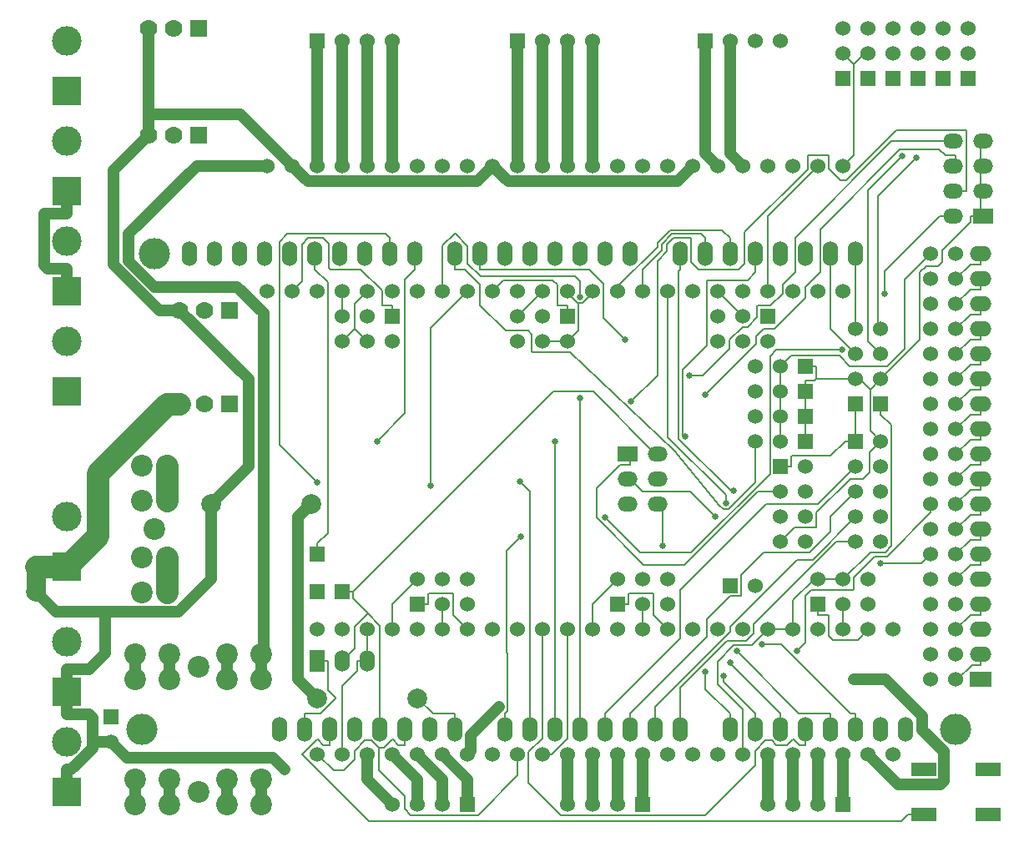
<source format=gbl>
G04 (created by PCBNEW-RS274X (2012-01-19 BZR 3256)-stable) date 25/06/2013 20:59:23*
G01*
G70*
G90*
%MOIN*%
G04 Gerber Fmt 3.4, Leading zero omitted, Abs format*
%FSLAX34Y34*%
G04 APERTURE LIST*
%ADD10C,0.006000*%
%ADD11C,0.015000*%
%ADD12C,0.060000*%
%ADD13R,0.060000X0.060000*%
%ADD14R,0.086600X0.060000*%
%ADD15O,0.086600X0.060000*%
%ADD16C,0.078700*%
%ADD17C,0.070000*%
%ADD18R,0.070000X0.070000*%
%ADD19O,0.060000X0.100000*%
%ADD20C,0.125000*%
%ADD21R,0.118100X0.118100*%
%ADD22C,0.118100*%
%ADD23C,0.086600*%
%ADD24R,0.060000X0.086600*%
%ADD25O,0.060000X0.086600*%
%ADD26R,0.078700X0.060000*%
%ADD27O,0.078700X0.060000*%
%ADD28R,0.098400X0.055000*%
%ADD29C,0.025000*%
%ADD30C,0.045000*%
%ADD31C,0.008000*%
%ADD32C,0.090000*%
%ADD33C,0.045000*%
G04 APERTURE END LIST*
G54D10*
G54D11*
X00355Y10492D02*
X00355Y09508D01*
X00355Y09508D02*
X00453Y09508D01*
X00453Y09508D02*
X00453Y10492D01*
X00453Y10492D02*
X00552Y10492D01*
X00552Y10492D02*
X00552Y09705D01*
X00552Y09705D02*
X00650Y09705D01*
X00650Y09705D02*
X00650Y10197D01*
X00650Y10197D02*
X00748Y10197D01*
X00748Y10197D02*
X00748Y09606D01*
X00748Y09606D02*
X00847Y09606D01*
X00847Y09606D02*
X00847Y10394D01*
X00847Y10394D02*
X00945Y10394D01*
X00945Y10394D02*
X00945Y09606D01*
G54D12*
X18900Y08000D03*
X17900Y08000D03*
X16900Y08000D03*
X15900Y08000D03*
X14900Y08000D03*
X13900Y08000D03*
X12900Y08000D03*
X11900Y08000D03*
X11900Y03000D03*
X12900Y03000D03*
X13900Y03000D03*
X14900Y03000D03*
X15900Y03000D03*
X16900Y03000D03*
X17900Y03000D03*
X18900Y03000D03*
X26900Y08000D03*
X25900Y08000D03*
X24900Y08000D03*
X23900Y08000D03*
X22900Y08000D03*
X21900Y08000D03*
X20900Y08000D03*
X19900Y08000D03*
X19900Y03000D03*
X20900Y03000D03*
X21900Y03000D03*
X22900Y03000D03*
X23900Y03000D03*
X24900Y03000D03*
X25900Y03000D03*
X26900Y03000D03*
X34900Y08000D03*
X33900Y08000D03*
X32900Y08000D03*
X31900Y08000D03*
X30900Y08000D03*
X29900Y08000D03*
X28900Y08000D03*
X27900Y08000D03*
X27900Y03000D03*
X28900Y03000D03*
X29900Y03000D03*
X30900Y03000D03*
X31900Y03000D03*
X32900Y03000D03*
X33900Y03000D03*
X34900Y03000D03*
X09900Y21500D03*
X10900Y21500D03*
X11900Y21500D03*
X12900Y21500D03*
X13900Y21500D03*
X14900Y21500D03*
X15900Y21500D03*
X16900Y21500D03*
X16900Y26500D03*
X15900Y26500D03*
X14900Y26500D03*
X13900Y26500D03*
X12900Y26500D03*
X11900Y26500D03*
X10900Y26500D03*
X09900Y26500D03*
X17900Y21500D03*
X18900Y21500D03*
X19900Y21500D03*
X20900Y21500D03*
X21900Y21500D03*
X22900Y21500D03*
X23900Y21500D03*
X24900Y21500D03*
X24900Y26500D03*
X23900Y26500D03*
X22900Y26500D03*
X21900Y26500D03*
X20900Y26500D03*
X19900Y26500D03*
X18900Y26500D03*
X17900Y26500D03*
G54D13*
X33400Y17000D03*
G54D12*
X33400Y18000D03*
X33400Y19000D03*
X33400Y20000D03*
G54D13*
X15900Y09000D03*
G54D12*
X15900Y10000D03*
X16900Y09000D03*
X16900Y10000D03*
X17900Y09000D03*
X17900Y10000D03*
G54D13*
X14900Y20500D03*
G54D12*
X14900Y19500D03*
X13900Y20500D03*
X13900Y19500D03*
X12900Y20500D03*
X12900Y19500D03*
G54D13*
X29900Y20500D03*
G54D12*
X29900Y19500D03*
X28900Y20500D03*
X28900Y19500D03*
X27900Y20500D03*
X27900Y19500D03*
G54D13*
X31900Y09000D03*
G54D12*
X31900Y10000D03*
X32900Y09000D03*
X32900Y10000D03*
X33900Y09000D03*
X33900Y10000D03*
G54D13*
X23900Y09000D03*
G54D12*
X23900Y10000D03*
X24900Y09000D03*
X24900Y10000D03*
X25900Y09000D03*
X25900Y10000D03*
G54D13*
X31400Y17500D03*
G54D12*
X30400Y17500D03*
X29400Y17500D03*
G54D13*
X32900Y30000D03*
G54D12*
X32900Y31000D03*
X32900Y32000D03*
G54D13*
X34900Y30000D03*
G54D12*
X34900Y31000D03*
X34900Y32000D03*
G54D13*
X35900Y30000D03*
G54D12*
X35900Y31000D03*
X35900Y32000D03*
G54D13*
X36900Y30000D03*
G54D12*
X36900Y31000D03*
X36900Y32000D03*
G54D13*
X37900Y30000D03*
G54D12*
X37900Y31000D03*
X37900Y32000D03*
G54D13*
X31400Y18500D03*
G54D12*
X30400Y18500D03*
X29400Y18500D03*
G54D13*
X33900Y30000D03*
G54D12*
X33900Y31000D03*
X33900Y32000D03*
G54D13*
X31400Y16500D03*
G54D12*
X30400Y16500D03*
X29400Y16500D03*
G54D13*
X31400Y15500D03*
G54D12*
X30400Y15500D03*
X29400Y15500D03*
G54D13*
X03650Y04500D03*
G54D12*
X03650Y03500D03*
G54D13*
X12900Y09500D03*
X11900Y11000D03*
X11900Y09500D03*
X33400Y15500D03*
G54D12*
X34400Y15500D03*
X33400Y14500D03*
X34400Y14500D03*
X33400Y13500D03*
X34400Y13500D03*
X33400Y12500D03*
X34400Y12500D03*
X33400Y11500D03*
X34400Y11500D03*
G54D13*
X30400Y14500D03*
G54D12*
X31400Y14500D03*
X30400Y13500D03*
X31400Y13500D03*
X30400Y12500D03*
X31400Y12500D03*
X30400Y11500D03*
X31400Y11500D03*
G54D13*
X34400Y17000D03*
G54D12*
X34400Y18000D03*
X34400Y19000D03*
X34400Y20000D03*
G54D14*
X38400Y06000D03*
G54D15*
X38400Y07000D03*
X38400Y08000D03*
X38400Y09000D03*
X38400Y10000D03*
X38400Y11000D03*
X38400Y12000D03*
X38400Y13000D03*
X38400Y14000D03*
X38400Y15000D03*
X38400Y16000D03*
X38400Y17000D03*
X38400Y18000D03*
X38400Y19000D03*
X38400Y20000D03*
X38400Y21000D03*
X38400Y22000D03*
X38400Y23000D03*
G54D16*
X07650Y13000D03*
X11650Y13000D03*
X11900Y05250D03*
X15900Y05250D03*
G54D17*
X07400Y17000D03*
X06400Y17000D03*
G54D18*
X08400Y17000D03*
G54D17*
X06150Y27750D03*
X05150Y27750D03*
G54D18*
X07150Y27750D03*
G54D17*
X07400Y20750D03*
X06400Y20750D03*
G54D18*
X08400Y20750D03*
G54D19*
X26400Y23000D03*
X27400Y23000D03*
X28400Y23000D03*
X29400Y23000D03*
X30400Y23000D03*
X31400Y23000D03*
X32400Y23000D03*
X33400Y23000D03*
X35400Y04000D03*
X34400Y04000D03*
X33400Y04000D03*
X32400Y04000D03*
X28400Y04000D03*
X26400Y04000D03*
X25400Y04000D03*
X29400Y04000D03*
X30400Y04000D03*
X31400Y04000D03*
X24400Y04000D03*
X23400Y04000D03*
X22400Y04000D03*
X19400Y04000D03*
X20400Y04000D03*
X21400Y04000D03*
X17400Y04000D03*
X16400Y04000D03*
X15400Y04000D03*
X13400Y04000D03*
X12400Y04000D03*
X24400Y23000D03*
X23400Y23000D03*
X22400Y23000D03*
X21400Y23000D03*
X20400Y23000D03*
X19400Y23000D03*
X18400Y23000D03*
X17400Y23000D03*
X15800Y23000D03*
X14800Y23000D03*
X13800Y23000D03*
X12800Y23000D03*
X11800Y23000D03*
X10800Y23000D03*
X09800Y23000D03*
X08800Y23000D03*
X14400Y04000D03*
G54D20*
X37400Y04000D03*
X05400Y23000D03*
X04900Y04000D03*
G54D12*
X36400Y22000D03*
X37400Y22000D03*
X36400Y21000D03*
X37400Y21000D03*
X36400Y20000D03*
X37400Y20000D03*
X36400Y19000D03*
X37400Y19000D03*
X36400Y23000D03*
X37400Y23000D03*
X37400Y18000D03*
X36400Y18000D03*
X36400Y17000D03*
X37400Y17000D03*
X36400Y16000D03*
X37400Y16000D03*
X36400Y15000D03*
X37400Y15000D03*
X36400Y14000D03*
X37400Y14000D03*
X36400Y13000D03*
X37400Y13000D03*
X36400Y12000D03*
X37400Y12000D03*
X36400Y11000D03*
X37400Y11000D03*
X36400Y10000D03*
X37400Y10000D03*
X36400Y09000D03*
X37400Y09000D03*
X36400Y08000D03*
X37400Y08000D03*
X36400Y07000D03*
X37400Y07000D03*
X36400Y06000D03*
X37400Y06000D03*
G54D19*
X07800Y23000D03*
X06800Y23000D03*
X11400Y04000D03*
X10400Y04000D03*
G54D17*
X06150Y32000D03*
X05150Y32000D03*
G54D18*
X07150Y32000D03*
G54D21*
X01900Y05500D03*
G54D22*
X01900Y07500D03*
G54D21*
X01900Y29500D03*
G54D22*
X01900Y31500D03*
G54D13*
X17900Y01000D03*
G54D12*
X16900Y01000D03*
X15900Y01000D03*
X14900Y01000D03*
G54D13*
X24900Y01000D03*
G54D12*
X23900Y01000D03*
X22900Y01000D03*
X21900Y01000D03*
G54D13*
X32900Y01000D03*
G54D12*
X31900Y01000D03*
X30900Y01000D03*
X29900Y01000D03*
G54D13*
X11900Y31500D03*
G54D12*
X12900Y31500D03*
X13900Y31500D03*
X14900Y31500D03*
G54D23*
X08292Y01992D03*
X06008Y01992D03*
X06008Y01008D03*
X04630Y01992D03*
X04630Y01008D03*
X08292Y01008D03*
X09670Y01008D03*
X09670Y01992D03*
X07150Y01500D03*
X08292Y06992D03*
X06008Y06992D03*
X06008Y06008D03*
X04630Y06992D03*
X04630Y06008D03*
X08292Y06008D03*
X09670Y06008D03*
X09670Y06992D03*
X07150Y06500D03*
X04908Y13142D03*
X04908Y10858D03*
X05892Y10858D03*
X04908Y09480D03*
X05892Y09480D03*
X05892Y13142D03*
X05892Y14520D03*
X04908Y14520D03*
X05400Y12000D03*
G54D24*
X11900Y06750D03*
G54D25*
X12900Y06750D03*
X13900Y06750D03*
G54D26*
X38498Y24500D03*
G54D27*
X37302Y24500D03*
X38498Y25500D03*
X37302Y25500D03*
X38498Y26500D03*
X37302Y26500D03*
X38498Y27500D03*
X37302Y27500D03*
G54D21*
X01900Y21500D03*
G54D22*
X01900Y23500D03*
G54D21*
X01900Y17500D03*
G54D22*
X01900Y19500D03*
G54D21*
X01900Y25500D03*
G54D22*
X01900Y27500D03*
G54D21*
X01900Y01500D03*
G54D22*
X01900Y03500D03*
G54D21*
X01900Y10500D03*
G54D22*
X01900Y12500D03*
G54D28*
X36121Y00614D03*
X36121Y02386D03*
X38680Y00614D03*
X38680Y02386D03*
G54D16*
X00650Y10492D03*
X00650Y09508D03*
G54D13*
X28400Y09750D03*
G54D12*
X29400Y09750D03*
G54D13*
X19900Y31500D03*
G54D12*
X20900Y31500D03*
X21900Y31500D03*
X22900Y31500D03*
G54D13*
X27400Y31500D03*
G54D12*
X28400Y31500D03*
X29400Y31500D03*
X30400Y31500D03*
X25900Y21500D03*
X26900Y21500D03*
X27900Y21500D03*
X28900Y21500D03*
X29900Y21500D03*
X30900Y21500D03*
X31900Y21500D03*
X32900Y21500D03*
X32900Y26500D03*
X31900Y26500D03*
X30900Y26500D03*
X29900Y26500D03*
X28900Y26500D03*
X27900Y26500D03*
X26900Y26500D03*
X25900Y26500D03*
G54D13*
X21900Y20500D03*
G54D12*
X21900Y19500D03*
X20900Y20500D03*
X20900Y19500D03*
X19900Y20500D03*
X19900Y19500D03*
G54D26*
X24302Y15000D03*
G54D27*
X25498Y15000D03*
X24302Y14000D03*
X25498Y14000D03*
X24302Y13000D03*
X25498Y13000D03*
G54D29*
X31045Y07128D03*
X14284Y15509D03*
X11886Y13856D03*
X28539Y13522D03*
X28214Y13035D03*
X26576Y15715D03*
X16433Y13750D03*
X22400Y21275D03*
X25686Y11330D03*
G54D30*
X33334Y06000D03*
X10603Y02391D03*
X19147Y04888D03*
G54D29*
X24441Y17112D03*
X26757Y18127D03*
X23383Y12481D03*
X32868Y19157D03*
X34549Y21413D03*
X27379Y17374D03*
X27781Y12500D03*
X24182Y19579D03*
X20039Y11705D03*
X19998Y13893D03*
X21400Y15485D03*
X22400Y17235D03*
X35831Y26842D03*
X35262Y26899D03*
X27408Y06285D03*
X28128Y06126D03*
X28382Y06653D03*
X28644Y07119D03*
X34408Y10625D03*
X29651Y07388D03*
G54D31*
X13923Y08624D02*
X14400Y08147D01*
X12900Y09500D02*
X13323Y09500D01*
X35375Y21975D02*
X35375Y19208D01*
X34667Y18500D02*
X33168Y18500D01*
X30824Y18924D02*
X30400Y18500D01*
X13323Y09224D02*
X13323Y09500D01*
X32744Y18924D02*
X30824Y18924D01*
X12900Y06750D02*
X13400Y07250D01*
X13923Y08624D02*
X13323Y09224D01*
X30400Y17500D02*
X30400Y18500D01*
X30400Y16500D02*
X30400Y17500D01*
X21310Y17487D02*
X13323Y09500D01*
X22913Y17487D02*
X21310Y17487D01*
X13400Y07250D02*
X13400Y08101D01*
X30400Y15500D02*
X30400Y16500D01*
X36400Y23000D02*
X35375Y21975D01*
X14400Y04000D02*
X14400Y04623D01*
X33168Y18500D02*
X32744Y18924D01*
X13400Y08101D02*
X13923Y08624D01*
X35375Y19208D02*
X34667Y18500D01*
X25400Y15000D02*
X22913Y17487D01*
X14400Y08147D02*
X14400Y04623D01*
G54D32*
X05892Y14520D02*
X05892Y13142D01*
G54D31*
X32400Y14923D02*
X32977Y15500D01*
X30845Y14923D02*
X32400Y14923D01*
X30823Y14901D02*
X30845Y14923D01*
X30823Y14500D02*
X30823Y14901D01*
X29267Y07367D02*
X29900Y08000D01*
X33400Y15500D02*
X32977Y15500D01*
X30400Y14500D02*
X30823Y14500D01*
X13400Y21000D02*
X13400Y20000D01*
X13900Y21500D02*
X13400Y21000D01*
X13400Y20000D02*
X13900Y19500D01*
X12900Y19500D02*
X13400Y20000D01*
X21900Y08000D02*
X21900Y03650D01*
X30900Y09157D02*
X31743Y10000D01*
X34823Y11323D02*
X34823Y16154D01*
X31900Y10000D02*
X32900Y10000D01*
X30900Y08000D02*
X30900Y09157D01*
X31743Y10000D02*
X31900Y10000D01*
X29900Y21500D02*
X29900Y24500D01*
X34400Y17000D02*
X34400Y16577D01*
X32900Y10000D02*
X33977Y11077D01*
X33977Y11077D02*
X34577Y11077D01*
X29900Y24500D02*
X31900Y26500D01*
X34823Y16154D02*
X34400Y16577D01*
X34577Y11077D02*
X34823Y11323D01*
X21250Y03000D02*
X20900Y03000D01*
X21900Y03650D02*
X21250Y03000D01*
X27876Y06709D02*
X28534Y07367D01*
X27876Y05808D02*
X27876Y06709D01*
X28900Y04784D02*
X27876Y05808D01*
X28900Y03000D02*
X28900Y04784D01*
X22900Y09000D02*
X23900Y10000D01*
X22900Y08000D02*
X22900Y09000D01*
X28534Y07367D02*
X29267Y07367D01*
X13900Y06750D02*
X13477Y06750D01*
X22900Y21424D02*
X22900Y21500D01*
X22503Y21027D02*
X22900Y21424D01*
X22324Y21027D02*
X22503Y21027D01*
X14900Y09000D02*
X15900Y10000D01*
X14900Y08000D02*
X14900Y09000D01*
X22324Y19924D02*
X22324Y21027D01*
X21900Y19500D02*
X22324Y19924D01*
X22298Y21027D02*
X22324Y21027D01*
X21900Y21425D02*
X22298Y21027D01*
X21900Y21500D02*
X21900Y21425D01*
X30900Y08000D02*
X29900Y08000D01*
X13900Y08000D02*
X13900Y06750D01*
X12900Y05750D02*
X12900Y03000D01*
X13477Y06327D02*
X12900Y05750D01*
X13477Y06750D02*
X13477Y06327D01*
X33400Y17000D02*
X33400Y16577D01*
X20900Y19500D02*
X21900Y19500D01*
X33400Y16577D02*
X33400Y15500D01*
G54D33*
X09900Y26500D02*
X07079Y26500D01*
X09670Y06992D02*
X09670Y06008D01*
X04375Y22707D02*
X05401Y21681D01*
X08681Y21681D02*
X09743Y20619D01*
X04375Y23796D02*
X04375Y22707D01*
X07079Y26500D02*
X04375Y23796D01*
X08292Y06008D02*
X08292Y06992D01*
X09743Y20619D02*
X09743Y07065D01*
X09743Y07065D02*
X09670Y06992D01*
X05401Y21681D02*
X08681Y21681D01*
X11142Y12492D02*
X11142Y06008D01*
X01900Y21500D02*
X01900Y22399D01*
X01001Y24601D02*
X01002Y24602D01*
X01131Y22399D02*
X01001Y22529D01*
X01900Y22399D02*
X01131Y22399D01*
X01001Y22529D02*
X01001Y24601D01*
X01002Y24602D02*
X01900Y24602D01*
X08292Y01008D02*
X08292Y01992D01*
X01900Y25500D02*
X01900Y24602D01*
X09670Y01992D02*
X09670Y01008D01*
X11650Y13000D02*
X11142Y12492D01*
X11142Y06008D02*
X11900Y05250D01*
G54D31*
X16527Y04623D02*
X15900Y05250D01*
X17400Y04623D02*
X16527Y04623D01*
X17400Y04000D02*
X17400Y04623D01*
X33324Y09596D02*
X33324Y10081D01*
X33324Y10081D02*
X34156Y10913D01*
X34156Y10913D02*
X34644Y10913D01*
X31388Y07471D02*
X31388Y09332D01*
X31630Y09574D02*
X33302Y09574D01*
X34644Y10913D02*
X36400Y12669D01*
X31388Y09332D02*
X31630Y09574D01*
X31045Y07128D02*
X31388Y07471D01*
X33302Y09574D02*
X33324Y09596D01*
X36400Y12669D02*
X36400Y13000D01*
G54D32*
X05892Y09480D02*
X05892Y10858D01*
G54D31*
X12323Y05583D02*
X12637Y05269D01*
X12323Y06750D02*
X12323Y05583D01*
X12637Y05237D02*
X12023Y04623D01*
X11900Y06750D02*
X12323Y06750D01*
X11400Y04000D02*
X11400Y04623D01*
X12023Y04623D02*
X11400Y04623D01*
X12637Y05269D02*
X12637Y05237D01*
G54D33*
X04630Y06008D02*
X04630Y06992D01*
X06008Y06008D02*
X06008Y06992D01*
X06008Y01008D02*
X06008Y01992D01*
X04630Y01008D02*
X04630Y01992D01*
G54D31*
X11915Y03591D02*
X12129Y03377D01*
X11883Y03591D02*
X11915Y03591D01*
X11300Y03008D02*
X11883Y03591D01*
X12400Y04000D02*
X12400Y03377D01*
X36121Y00614D02*
X35506Y00614D01*
X12129Y03377D02*
X12400Y03377D01*
X11300Y02986D02*
X11300Y03008D01*
X13944Y00342D02*
X11300Y02986D01*
X35234Y00342D02*
X13944Y00342D01*
X35506Y00614D02*
X35234Y00342D01*
G54D33*
X15900Y02000D02*
X14900Y03000D01*
X15900Y01000D02*
X15900Y02000D01*
X13900Y02000D02*
X13900Y03000D01*
X14900Y01000D02*
X13900Y02000D01*
X16900Y02000D02*
X15900Y03000D01*
X16900Y01000D02*
X16900Y02000D01*
X17900Y02000D02*
X16900Y03000D01*
X17900Y01000D02*
X17900Y02000D01*
X22900Y01000D02*
X22900Y03000D01*
X21900Y01000D02*
X21900Y03000D01*
X23900Y01000D02*
X23900Y03000D01*
X24900Y01000D02*
X24900Y03000D01*
X30900Y01000D02*
X30900Y03000D01*
X29900Y01000D02*
X29900Y03000D01*
X31900Y01000D02*
X31900Y03000D01*
X32900Y01000D02*
X32900Y03000D01*
X28400Y27000D02*
X28900Y26500D01*
X28400Y31500D02*
X28400Y27000D01*
X27400Y27000D02*
X27900Y26500D01*
X27400Y31500D02*
X27400Y27000D01*
X21900Y31500D02*
X21900Y26500D01*
X22900Y31500D02*
X22900Y26500D01*
X20900Y31500D02*
X20900Y26500D01*
X19900Y31500D02*
X19900Y26500D01*
X13900Y31500D02*
X13900Y26500D01*
X14900Y31500D02*
X14900Y26500D01*
X12900Y31500D02*
X12900Y26500D01*
X11900Y31500D02*
X11900Y26500D01*
G54D31*
X23400Y04000D02*
X23400Y04623D01*
X31900Y13000D02*
X33400Y14500D01*
X29841Y13000D02*
X31900Y13000D01*
X26400Y09559D02*
X29841Y13000D01*
X26400Y07623D02*
X26400Y09559D01*
X23400Y04623D02*
X26400Y07623D01*
X28391Y09327D02*
X28812Y09327D01*
X27466Y08402D02*
X28391Y09327D01*
X24400Y04000D02*
X24400Y04623D01*
X27466Y07689D02*
X27466Y08402D01*
X28834Y10166D02*
X29742Y11074D01*
X24400Y04623D02*
X27466Y07689D01*
X28812Y09327D02*
X28834Y09349D01*
X32406Y12506D02*
X33400Y13500D01*
X32406Y11906D02*
X32406Y12506D01*
X28834Y09349D02*
X28834Y10166D01*
X31574Y11074D02*
X32406Y11906D01*
X29742Y11074D02*
X31574Y11074D01*
X31679Y10779D02*
X33400Y12500D01*
X31062Y10779D02*
X31679Y10779D01*
X28400Y08117D02*
X31062Y10779D01*
X28400Y07901D02*
X28400Y08117D01*
X25400Y04901D02*
X28400Y07901D01*
X25400Y04000D02*
X25400Y04901D01*
X26400Y05666D02*
X28264Y07530D01*
X26400Y04000D02*
X26400Y04623D01*
X32632Y11500D02*
X33400Y11500D01*
X28264Y07530D02*
X29031Y07530D01*
X29031Y07530D02*
X29324Y07823D01*
X29324Y07823D02*
X29324Y08192D01*
X26400Y04623D02*
X26400Y05666D01*
X29324Y08192D02*
X32632Y11500D01*
X37977Y22577D02*
X38400Y22577D01*
X37400Y22000D02*
X37977Y22577D01*
X38400Y23000D02*
X38400Y22577D01*
X37977Y21577D02*
X38400Y21577D01*
X37400Y21000D02*
X37977Y21577D01*
X38400Y22000D02*
X38400Y21577D01*
X37400Y20000D02*
X37977Y20577D01*
X38400Y21000D02*
X38400Y20577D01*
X37977Y20577D02*
X38400Y20577D01*
X37977Y19577D02*
X38400Y19577D01*
X37400Y19000D02*
X37977Y19577D01*
X38400Y20000D02*
X38400Y19577D01*
X37977Y18577D02*
X38400Y18577D01*
X37400Y18000D02*
X37977Y18577D01*
X38400Y19000D02*
X38400Y18577D01*
X37977Y17577D02*
X38400Y17577D01*
X37400Y17000D02*
X37977Y17577D01*
X38400Y18000D02*
X38400Y17577D01*
X37977Y16577D02*
X38400Y16577D01*
X37400Y16000D02*
X37977Y16577D01*
X38400Y17000D02*
X38400Y16577D01*
X37977Y15577D02*
X38400Y15577D01*
X37400Y15000D02*
X37977Y15577D01*
X38400Y16000D02*
X38400Y15577D01*
X37977Y14577D02*
X38400Y14577D01*
X37400Y14000D02*
X37977Y14577D01*
X38400Y15000D02*
X38400Y14577D01*
X37977Y13577D02*
X38400Y13577D01*
X37400Y13000D02*
X37977Y13577D01*
X38400Y14000D02*
X38400Y13577D01*
X38400Y13000D02*
X38400Y12577D01*
X37977Y12577D02*
X38400Y12577D01*
X37400Y12000D02*
X37977Y12577D01*
X37977Y11577D02*
X38400Y11577D01*
X37400Y11000D02*
X37977Y11577D01*
X38400Y12000D02*
X38400Y11577D01*
X37977Y10577D02*
X38400Y10577D01*
X37400Y10000D02*
X37977Y10577D01*
X38400Y11000D02*
X38400Y10577D01*
X37977Y08577D02*
X38400Y08577D01*
X37400Y08000D02*
X37977Y08577D01*
X38400Y09000D02*
X38400Y08577D01*
X15405Y16630D02*
X14284Y15509D01*
X15405Y21982D02*
X15405Y16630D01*
X15800Y22377D02*
X15405Y21982D01*
X15800Y23000D02*
X15800Y22377D01*
X14637Y23786D02*
X10704Y23786D01*
X10704Y23786D02*
X10376Y23458D01*
X10376Y23458D02*
X10376Y15366D01*
X10376Y15366D02*
X11886Y13856D01*
X14800Y23000D02*
X14800Y23623D01*
X14800Y23623D02*
X14637Y23786D01*
X26400Y23000D02*
X26400Y22377D01*
X26324Y22301D02*
X26400Y22377D01*
X26324Y15611D02*
X26324Y22301D01*
X28413Y13522D02*
X26324Y15611D01*
X28539Y13522D02*
X28413Y13522D01*
X25900Y15675D02*
X28214Y13361D01*
X28214Y13361D02*
X28214Y13035D01*
X25900Y21500D02*
X25900Y15675D01*
X24900Y22383D02*
X24900Y21500D01*
X27400Y23623D02*
X27237Y23786D01*
X25646Y23129D02*
X24900Y22383D01*
X25646Y23360D02*
X25646Y23129D01*
X26072Y23786D02*
X25646Y23360D01*
X27237Y23786D02*
X26072Y23786D01*
X27400Y23000D02*
X27400Y23623D01*
X27496Y21942D02*
X27474Y21920D01*
X29400Y22263D02*
X29079Y21942D01*
X29400Y22263D02*
X29400Y23000D01*
X29079Y21942D02*
X27496Y21942D01*
X26508Y18374D02*
X26508Y15783D01*
X27474Y21920D02*
X27474Y19340D01*
X27474Y19340D02*
X26508Y18374D01*
X26508Y15783D02*
X26576Y15715D01*
X17900Y21500D02*
X16433Y20033D01*
X16433Y20033D02*
X16433Y13750D01*
X28400Y23000D02*
X28400Y23623D01*
X23900Y21692D02*
X23900Y21500D01*
X25483Y23275D02*
X23900Y21692D01*
X25483Y23428D02*
X25483Y23275D01*
X26004Y23949D02*
X25483Y23428D01*
X28074Y23949D02*
X26004Y23949D01*
X28400Y23623D02*
X28074Y23949D01*
X17381Y23799D02*
X16900Y23318D01*
X16900Y23318D02*
X16900Y21500D01*
X17900Y23312D02*
X17413Y23799D01*
X17413Y23799D02*
X17381Y23799D01*
X17900Y22614D02*
X17900Y23312D01*
X18415Y22099D02*
X17900Y22614D01*
X22400Y21902D02*
X22203Y22099D01*
X22400Y21275D02*
X22400Y21902D01*
X22203Y22099D02*
X18415Y22099D01*
X34400Y15500D02*
X33959Y15059D01*
X33959Y15059D02*
X33959Y14267D01*
X33552Y18000D02*
X33400Y18000D01*
X33694Y14002D02*
X33182Y14002D01*
X33182Y14002D02*
X31836Y12656D01*
X31836Y12656D02*
X31836Y12088D01*
X31836Y12088D02*
X31814Y12066D01*
X31814Y12066D02*
X30966Y12066D01*
X30966Y12066D02*
X30400Y11500D01*
X33976Y17576D02*
X33976Y15924D01*
X33976Y15924D02*
X34400Y15500D01*
X32900Y26500D02*
X33324Y26924D01*
X31746Y17923D02*
X31823Y18000D01*
X31823Y18000D02*
X33400Y18000D01*
X31400Y18500D02*
X31823Y18500D01*
X33976Y17576D02*
X33552Y18000D01*
X31400Y17923D02*
X31746Y17923D01*
X31400Y17500D02*
X31400Y17923D01*
X31823Y18000D02*
X31823Y18500D01*
X33324Y26924D02*
X33324Y30576D01*
X33324Y30576D02*
X32900Y31000D01*
X33900Y31000D02*
X33748Y31000D01*
X33748Y31000D02*
X33324Y30576D01*
X33959Y14267D02*
X33694Y14002D01*
X25686Y12714D02*
X25400Y13000D01*
X25686Y11330D02*
X25686Y12714D01*
X19900Y02167D02*
X18309Y00576D01*
X13400Y02802D02*
X12950Y02352D01*
X12950Y02352D02*
X12548Y02352D01*
X12548Y02352D02*
X11900Y03000D01*
X15400Y01318D02*
X14347Y02371D01*
X35972Y19572D02*
X34400Y18000D01*
X13804Y03554D02*
X13400Y03150D01*
X13400Y03150D02*
X13400Y02802D01*
X18309Y00576D02*
X15642Y00576D01*
X15642Y00576D02*
X15400Y00818D01*
X15400Y00818D02*
X15400Y01318D01*
X15400Y03377D02*
X15129Y03377D01*
X14347Y03254D02*
X14047Y03554D01*
X14047Y03554D02*
X13804Y03554D01*
X14347Y02371D02*
X14347Y03254D01*
X38400Y07000D02*
X38400Y06577D01*
X14548Y03254D02*
X14347Y03254D01*
X14884Y03590D02*
X14548Y03254D01*
X14916Y03590D02*
X14884Y03590D01*
X15129Y03377D02*
X14916Y03590D01*
X38400Y26500D02*
X38400Y25500D01*
X38400Y26500D02*
X38400Y27500D01*
X15400Y04000D02*
X15400Y03377D01*
X31400Y15500D02*
X31400Y16500D01*
X37400Y06000D02*
X37466Y06000D01*
X37466Y06000D02*
X38043Y06577D01*
X38043Y06577D02*
X38400Y06577D01*
X19900Y03000D02*
X19900Y02167D01*
X31400Y16500D02*
X31400Y17500D01*
X38400Y24500D02*
X37981Y24500D01*
X37981Y24500D02*
X37981Y24252D01*
X37981Y24252D02*
X36867Y23138D01*
X36867Y23138D02*
X36867Y22659D01*
X36867Y22659D02*
X36708Y22500D01*
X36708Y22500D02*
X36210Y22500D01*
X35972Y22262D02*
X35972Y19572D01*
X38400Y25500D02*
X38400Y24500D01*
X36210Y22500D02*
X35972Y22262D01*
X34400Y18000D02*
X33976Y17576D01*
G54D32*
X00650Y10492D02*
X00658Y10500D01*
X05886Y17000D02*
X06400Y17000D01*
X03135Y14249D02*
X05886Y17000D01*
X03135Y11735D02*
X03135Y14249D01*
X01900Y10500D02*
X03135Y11735D01*
X00658Y10500D02*
X01900Y10500D01*
G54D31*
X26566Y10574D02*
X29492Y13500D01*
X24400Y14577D02*
X23977Y14577D01*
X23977Y14577D02*
X23047Y13647D01*
X23047Y13647D02*
X23047Y12464D01*
X23047Y12464D02*
X24937Y10574D01*
X24937Y10574D02*
X26566Y10574D01*
X29492Y13500D02*
X30400Y13500D01*
X24400Y15000D02*
X24400Y14577D01*
G54D33*
X05577Y20750D02*
X03749Y22578D01*
X03749Y22578D02*
X03749Y26349D01*
X03749Y26349D02*
X05150Y27750D01*
X02921Y03500D02*
X02921Y04479D01*
X02921Y04479D02*
X02798Y04602D01*
X02798Y04602D02*
X01900Y04602D01*
X01900Y02399D02*
X02074Y02399D01*
X02074Y02399D02*
X02921Y03246D01*
X02921Y03246D02*
X02921Y03500D01*
X02921Y03500D02*
X03650Y03500D01*
X07650Y09993D02*
X06362Y08705D01*
X06362Y08705D02*
X03438Y08705D01*
X03438Y08705D02*
X03438Y07039D01*
X03438Y07039D02*
X02798Y06399D01*
X02798Y06399D02*
X01900Y06399D01*
X01900Y05500D02*
X01900Y06399D01*
X06400Y20750D02*
X05577Y20750D01*
X26291Y25891D02*
X19509Y25891D01*
X19509Y25891D02*
X18900Y26500D01*
X05150Y28580D02*
X05150Y32000D01*
X26900Y26500D02*
X26291Y25891D01*
X08820Y28580D02*
X10900Y26500D01*
X05150Y28580D02*
X08820Y28580D01*
X18291Y25891D02*
X18900Y26500D01*
X11509Y25891D02*
X18291Y25891D01*
X10900Y26500D02*
X11509Y25891D01*
X05150Y27750D02*
X05150Y28580D01*
X33900Y03000D02*
X35098Y01802D01*
X35098Y01802D02*
X36792Y01802D01*
X36792Y01802D02*
X36922Y01932D01*
X36922Y01932D02*
X36922Y03120D01*
X36922Y03120D02*
X36059Y03983D01*
X36059Y03983D02*
X36059Y04541D01*
X36059Y04541D02*
X34600Y06000D01*
X34600Y06000D02*
X33334Y06000D01*
X07650Y13000D02*
X07650Y09993D01*
X01453Y08705D02*
X00650Y09508D01*
X03438Y08705D02*
X01453Y08705D01*
X01900Y05500D02*
X01900Y04602D01*
X03650Y03500D02*
X04288Y02862D01*
X04288Y02862D02*
X10132Y02862D01*
X10132Y02862D02*
X10603Y02391D01*
X06400Y20750D02*
X09164Y17986D01*
X09164Y17986D02*
X09164Y14514D01*
X09164Y14514D02*
X07650Y13000D01*
X01900Y01500D02*
X01900Y02399D01*
X18024Y03765D02*
X19147Y04888D01*
X18024Y03124D02*
X18024Y03765D01*
X17900Y03000D02*
X18024Y03124D01*
G54D31*
X24900Y09000D02*
X24900Y08000D01*
X24323Y09000D02*
X24323Y09401D01*
X24323Y09401D02*
X24345Y09423D01*
X24345Y09423D02*
X25313Y09423D01*
X25313Y09423D02*
X25334Y09402D01*
X25334Y09402D02*
X25334Y08566D01*
X23900Y09000D02*
X24323Y09000D01*
X25334Y08566D02*
X25900Y08000D01*
X16900Y09000D02*
X16900Y08000D01*
X32900Y09000D02*
X32900Y08000D01*
X33476Y07576D02*
X33900Y08000D01*
X32488Y07576D02*
X33476Y07576D01*
X32323Y07741D02*
X32488Y07576D01*
X32323Y08555D02*
X32323Y07741D01*
X32301Y08577D02*
X32323Y08555D01*
X31900Y08577D02*
X32301Y08577D01*
X31900Y09000D02*
X31900Y08577D01*
X15900Y09000D02*
X16323Y09000D01*
X16323Y09000D02*
X16323Y09401D01*
X16323Y09401D02*
X16345Y09423D01*
X16345Y09423D02*
X17313Y09423D01*
X17313Y09423D02*
X17334Y09402D01*
X17334Y09402D02*
X17334Y08566D01*
X17334Y08566D02*
X17900Y08000D01*
X32327Y26910D02*
X32305Y26932D01*
X32327Y26391D02*
X32327Y26910D01*
X32795Y25923D02*
X32327Y26391D01*
X33026Y25923D02*
X32795Y25923D01*
X31498Y26932D02*
X31476Y26910D01*
X35027Y27924D02*
X33026Y25923D01*
X37812Y27924D02*
X35027Y27924D01*
X37819Y27917D02*
X37812Y27924D01*
X37819Y25500D02*
X37819Y27917D01*
X37400Y25500D02*
X37819Y25500D01*
X32305Y26932D02*
X31498Y26932D01*
X25868Y23085D02*
X25476Y22693D01*
X26820Y23623D02*
X26140Y23623D01*
X26140Y23623D02*
X25868Y23351D01*
X25868Y23351D02*
X25868Y23085D01*
X25476Y22693D02*
X25476Y18147D01*
X25476Y18147D02*
X24441Y17112D01*
X26842Y22676D02*
X26842Y23601D01*
X27141Y22377D02*
X26842Y22676D01*
X28719Y22377D02*
X27141Y22377D01*
X28959Y22617D02*
X28719Y22377D01*
X28959Y23859D02*
X28959Y22617D01*
X26842Y23601D02*
X26820Y23623D01*
X31476Y26376D02*
X28959Y23859D01*
X31476Y26910D02*
X31476Y26376D01*
X27293Y18127D02*
X28363Y19197D01*
X28877Y20076D02*
X29079Y20076D01*
X28363Y19562D02*
X28877Y20076D01*
X28363Y19197D02*
X28363Y19562D01*
X26757Y18127D02*
X27293Y18127D01*
X29079Y20076D02*
X29459Y20456D01*
X29459Y20456D02*
X29459Y20903D01*
X30006Y20924D02*
X30476Y21394D01*
X30476Y21394D02*
X30476Y21758D01*
X30476Y21758D02*
X30976Y22258D01*
X30976Y22258D02*
X30976Y23641D01*
X30976Y23641D02*
X34835Y27500D01*
X34835Y27500D02*
X37400Y27500D01*
X29480Y20924D02*
X30006Y20924D01*
X29459Y20903D02*
X29480Y20924D01*
X23383Y12481D02*
X24783Y11081D01*
X29976Y14215D02*
X29976Y18903D01*
X29976Y18903D02*
X30230Y19157D01*
X30230Y19157D02*
X32868Y19157D01*
X26842Y11081D02*
X29976Y14215D01*
X24783Y11081D02*
X26842Y11081D01*
X34549Y22287D02*
X34549Y21413D01*
X36762Y24500D02*
X34549Y22287D01*
X37400Y24500D02*
X36762Y24500D01*
X36977Y26923D02*
X36736Y27164D01*
X37400Y26923D02*
X36977Y26923D01*
X29421Y19703D02*
X29421Y19416D01*
X31400Y21226D02*
X30169Y19995D01*
X29421Y19416D02*
X27379Y17374D01*
X35165Y27164D02*
X31976Y23975D01*
X31976Y22258D02*
X31400Y21682D01*
X37400Y26500D02*
X37400Y26923D01*
X31976Y23975D02*
X31976Y22258D01*
X36736Y27164D02*
X35165Y27164D01*
X30169Y19995D02*
X29713Y19995D01*
X29713Y19995D02*
X29421Y19703D01*
X31400Y21682D02*
X31400Y21226D01*
X28900Y20500D02*
X27900Y21500D01*
X19900Y20500D02*
X20900Y21500D01*
X12900Y20500D02*
X12900Y21500D01*
X21477Y20945D02*
X21477Y21759D01*
X21499Y20923D02*
X21477Y20945D01*
X21900Y20923D02*
X21499Y20923D01*
X21900Y20500D02*
X21900Y20923D01*
X21477Y21759D02*
X21301Y21935D01*
X19335Y21935D02*
X18900Y21500D01*
X21301Y21935D02*
X19335Y21935D01*
X14900Y20923D02*
X14499Y20923D01*
X11300Y21900D02*
X10900Y21500D01*
X11300Y23383D02*
X11300Y21900D01*
X11540Y23623D02*
X11300Y23383D01*
X12120Y23623D02*
X11540Y23623D01*
X12359Y23384D02*
X12120Y23623D01*
X14900Y20500D02*
X14900Y20923D01*
X12359Y22440D02*
X12359Y23384D01*
X12424Y22375D02*
X12359Y22440D01*
X13626Y22375D02*
X12424Y22375D01*
X14477Y21524D02*
X13626Y22375D01*
X14477Y20945D02*
X14477Y21524D01*
X14499Y20923D02*
X14477Y20945D01*
X11900Y11000D02*
X11900Y11423D01*
X11800Y23000D02*
X11800Y22377D01*
X12323Y11846D02*
X11900Y11423D01*
X12323Y21854D02*
X12323Y11846D01*
X11800Y22377D02*
X12323Y21854D01*
X26781Y13500D02*
X27781Y12500D01*
X24900Y13500D02*
X26781Y13500D01*
X24400Y14000D02*
X24900Y13500D01*
X33400Y23000D02*
X33400Y20000D01*
X32400Y20000D02*
X33400Y19000D01*
X32400Y23000D02*
X32400Y20000D01*
X17795Y22377D02*
X18400Y21772D01*
X18400Y21772D02*
X18400Y20935D01*
X18400Y20935D02*
X19411Y19924D01*
X19411Y19924D02*
X20312Y19924D01*
X20312Y19924D02*
X20466Y19770D01*
X20466Y19770D02*
X20466Y19098D01*
X20466Y19098D02*
X20488Y19076D01*
X17400Y22377D02*
X17795Y22377D01*
X29400Y13870D02*
X29400Y15500D01*
X28317Y12787D02*
X29400Y13870D01*
X17400Y23000D02*
X17400Y22377D01*
X27966Y12933D02*
X28112Y12787D01*
X26150Y15150D02*
X27966Y12933D01*
X22005Y19076D02*
X26150Y15150D01*
X28112Y12787D02*
X28317Y12787D01*
X20488Y19076D02*
X22005Y19076D01*
X18400Y23000D02*
X18400Y22377D01*
X18400Y22377D02*
X22775Y22377D01*
X22775Y22377D02*
X23337Y21815D01*
X23337Y21815D02*
X23337Y20424D01*
X23337Y20424D02*
X24182Y19579D01*
X19496Y04719D02*
X19496Y07040D01*
X19400Y04000D02*
X19400Y04623D01*
X19459Y11125D02*
X20039Y11705D01*
X19400Y04623D02*
X19496Y04719D01*
X19496Y07040D02*
X19459Y07077D01*
X19459Y07077D02*
X19459Y11125D01*
X20400Y13491D02*
X19998Y13893D01*
X20400Y04000D02*
X20400Y13491D01*
X21400Y04000D02*
X21400Y15485D01*
X22400Y04000D02*
X22400Y17235D01*
X34301Y20099D02*
X34400Y20000D01*
X34301Y25312D02*
X34301Y20099D01*
X35831Y26842D02*
X34301Y25312D01*
X33900Y25537D02*
X35262Y26899D01*
X33900Y19500D02*
X33900Y25537D01*
X34400Y19000D02*
X33900Y19500D01*
X28400Y04000D02*
X28400Y04623D01*
X28400Y04623D02*
X27408Y05615D01*
X27408Y05615D02*
X27408Y06285D01*
X29400Y04000D02*
X29400Y04623D01*
X28128Y05895D02*
X28128Y06126D01*
X29400Y04623D02*
X28128Y05895D01*
X28382Y06641D02*
X28382Y06653D01*
X30400Y04623D02*
X28382Y06641D01*
X30400Y04000D02*
X30400Y04623D01*
X30897Y03599D02*
X30669Y03371D01*
X31400Y04000D02*
X31400Y03377D01*
X31400Y03377D02*
X31151Y03377D01*
X30929Y03599D02*
X30897Y03599D01*
X31151Y03377D02*
X30929Y03599D01*
X30669Y03371D02*
X30230Y03371D01*
X30230Y03371D02*
X30047Y03554D01*
X30047Y03554D02*
X29804Y03554D01*
X29804Y03554D02*
X29400Y03150D01*
X20900Y03650D02*
X20900Y08000D01*
X20342Y03092D02*
X20900Y03650D01*
X20342Y01851D02*
X20342Y03092D01*
X27396Y00572D02*
X21621Y00572D01*
X21621Y00572D02*
X20342Y01851D01*
X29400Y02576D02*
X27396Y00572D01*
X29400Y03150D02*
X29400Y02576D01*
X32400Y04000D02*
X32400Y04623D01*
X31140Y04623D02*
X28644Y07119D01*
X32400Y04623D02*
X31140Y04623D01*
X36025Y10625D02*
X34408Y10625D01*
X36400Y11000D02*
X36025Y10625D01*
X33400Y04000D02*
X33400Y04623D01*
X33200Y04623D02*
X33400Y04623D01*
X30435Y07388D02*
X33200Y04623D01*
X29651Y07388D02*
X30435Y07388D01*
M02*

</source>
